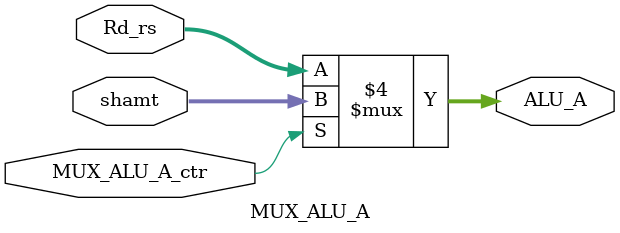
<source format=v>
`timescale 1ns / 1ps


 module MUX_ALU_A(
    input MUX_ALU_A_ctr,
    input [31:0] Rd_rs,
    input [31:0] shamt,
    output reg [31:0] ALU_A
    );
    always @(*)begin
        if(MUX_ALU_A_ctr == 1) begin
            ALU_A <= shamt;
        end
        else begin
            ALU_A <= Rd_rs;
        end
    end
endmodule

</source>
